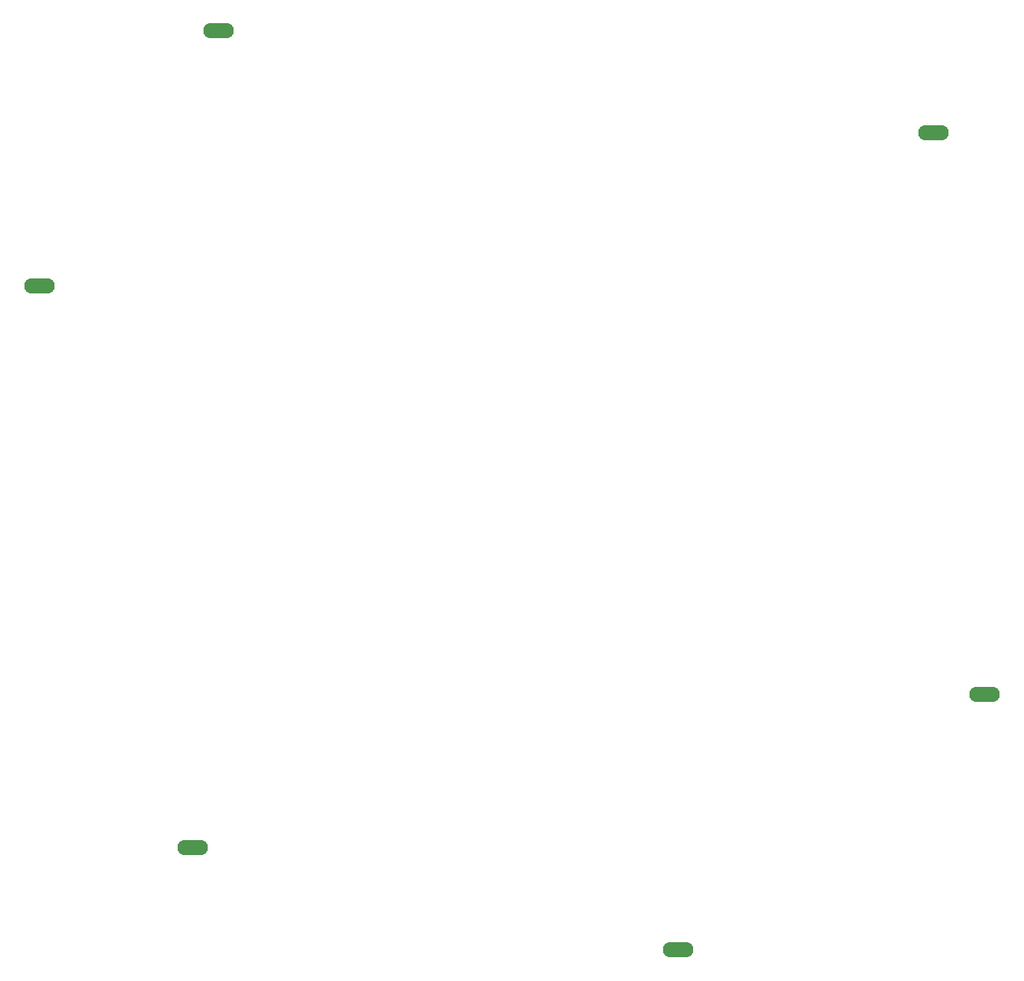
<source format=gbp>
G04 #@! TF.GenerationSoftware,KiCad,Pcbnew,7.0.1*
G04 #@! TF.CreationDate,2024-08-11T00:25:02+02:00*
G04 #@! TF.ProjectId,uTesla,75546573-6c61-42e6-9b69-6361645f7063,rev?*
G04 #@! TF.SameCoordinates,Original*
G04 #@! TF.FileFunction,Paste,Bot*
G04 #@! TF.FilePolarity,Positive*
%FSLAX46Y46*%
G04 Gerber Fmt 4.6, Leading zero omitted, Abs format (unit mm)*
G04 Created by KiCad (PCBNEW 7.0.1) date 2024-08-11 00:25:02*
%MOMM*%
%LPD*%
G01*
G04 APERTURE LIST*
%ADD10O,3.810000X1.905000*%
G04 APERTURE END LIST*
D10*
X171450000Y-152400000D03*
X209550000Y-120650000D03*
X92075000Y-69850000D03*
X114300000Y-38100000D03*
X203200000Y-50800000D03*
X111125000Y-139700000D03*
M02*

</source>
